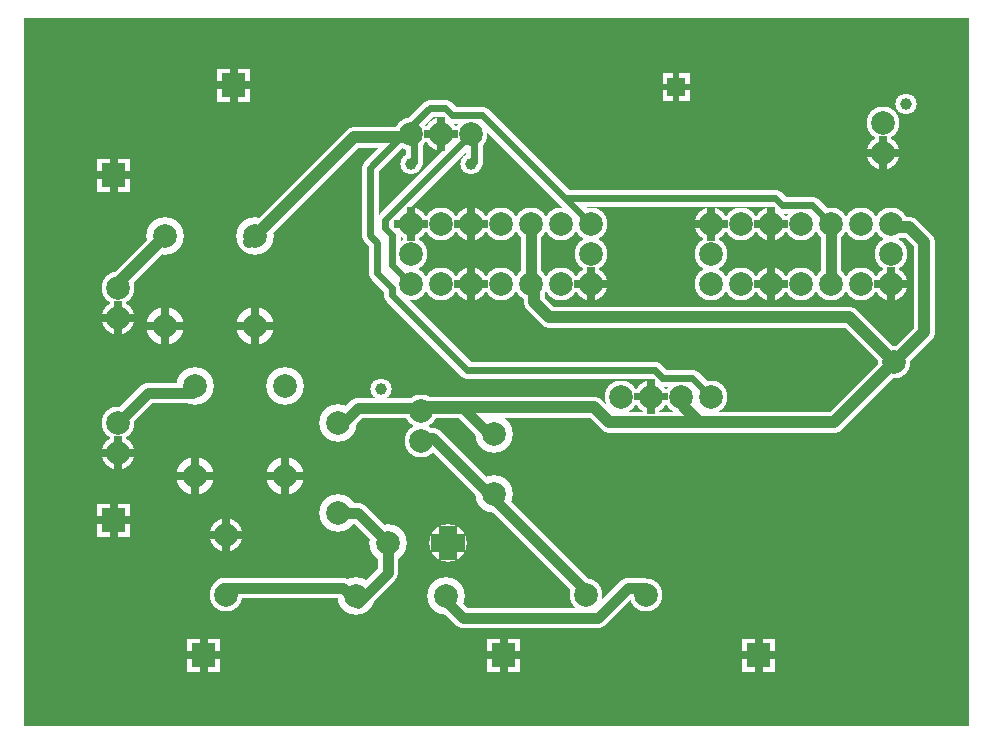
<source format=gbr>
%FSLAX34Y34*%
%MOMM*%
%LNCOPPER_BOTTOM*%
G71*
G01*
%ADD10C,2.800*%
%ADD11C,1.700*%
%ADD12C,1.400*%
%ADD13C,1.800*%
%ADD14C,3.200*%
%ADD15C,2.800*%
%ADD16C,1.800*%
%ADD17C,0.667*%
%ADD18C,0.500*%
%ADD19C,0.680*%
%ADD20C,1.467*%
%ADD21C,2.000*%
%ADD22C,0.900*%
%ADD23C,0.600*%
%ADD24C,1.000*%
%ADD25C,2.000*%
%ADD26C,4.300*%
%ADD27C,1.000*%
%LPD*%
G36*
X0Y600000D02*
X800000Y600000D01*
X800000Y0D01*
X0Y0D01*
X0Y600000D01*
G37*
%LPC*%
X581800Y425210D02*
G54D10*
D03*
X607200Y425210D02*
G54D10*
D03*
X607200Y425210D02*
G54D10*
D03*
X632600Y425210D02*
G54D10*
D03*
X632600Y425210D02*
G54D10*
D03*
X658000Y425210D02*
G54D10*
D03*
X658000Y425210D02*
G54D10*
D03*
X683400Y425210D02*
G54D10*
D03*
X683400Y425210D02*
G54D10*
D03*
X708800Y425210D02*
G54D10*
D03*
X708800Y425210D02*
G54D10*
D03*
X734200Y425210D02*
G54D10*
D03*
X734200Y425210D02*
G54D10*
D03*
X734200Y399810D02*
G54D10*
D03*
X734200Y399810D02*
G54D10*
D03*
X734200Y374410D02*
G54D10*
D03*
X581800Y425210D02*
G54D10*
D03*
X581800Y399810D02*
G54D10*
D03*
X581800Y399810D02*
G54D10*
D03*
X581800Y374410D02*
G54D10*
D03*
X581800Y374410D02*
G54D10*
D03*
X607200Y374410D02*
G54D10*
D03*
X607200Y374410D02*
G54D10*
D03*
X632600Y374410D02*
G54D10*
D03*
X632600Y374410D02*
G54D10*
D03*
X658000Y374410D02*
G54D10*
D03*
X658000Y374410D02*
G54D10*
D03*
X683400Y374410D02*
G54D10*
D03*
X683400Y374410D02*
G54D10*
D03*
X708800Y374410D02*
G54D10*
D03*
X708800Y374410D02*
G54D10*
D03*
X734200Y374410D02*
G54D10*
D03*
X734200Y374410D02*
G54D10*
D03*
X581800Y374410D02*
G54D10*
D03*
X327800Y425210D02*
G54D10*
D03*
X353200Y425210D02*
G54D10*
D03*
X353200Y425210D02*
G54D10*
D03*
X378600Y425210D02*
G54D10*
D03*
X378600Y425210D02*
G54D10*
D03*
X404000Y425210D02*
G54D10*
D03*
X404000Y425210D02*
G54D10*
D03*
X429400Y425210D02*
G54D10*
D03*
X429400Y425210D02*
G54D10*
D03*
X454800Y425210D02*
G54D10*
D03*
X454800Y425210D02*
G54D10*
D03*
X480200Y425210D02*
G54D10*
D03*
X480200Y425210D02*
G54D10*
D03*
X480200Y399810D02*
G54D10*
D03*
X480200Y399810D02*
G54D10*
D03*
X480200Y374410D02*
G54D10*
D03*
X327800Y425210D02*
G54D10*
D03*
X327800Y399810D02*
G54D10*
D03*
X327800Y399810D02*
G54D10*
D03*
X327800Y374410D02*
G54D10*
D03*
X327800Y374410D02*
G54D10*
D03*
X353200Y374410D02*
G54D10*
D03*
X353200Y374410D02*
G54D10*
D03*
X378600Y374410D02*
G54D10*
D03*
X378600Y374410D02*
G54D10*
D03*
X404000Y374410D02*
G54D10*
D03*
X404000Y374410D02*
G54D10*
D03*
X429400Y374410D02*
G54D10*
D03*
X429400Y374410D02*
G54D10*
D03*
X454800Y374410D02*
G54D10*
D03*
X454800Y374410D02*
G54D10*
D03*
X480200Y374410D02*
G54D10*
D03*
X480200Y374410D02*
G54D10*
D03*
X327800Y374410D02*
G54D10*
D03*
X505600Y279160D02*
G54D10*
D03*
X505600Y279160D02*
G54D10*
D03*
X531000Y279160D02*
G54D10*
D03*
X531000Y279160D02*
G54D10*
D03*
X556400Y279160D02*
G54D10*
D03*
X556400Y279160D02*
G54D10*
D03*
X581800Y279160D02*
G54D10*
D03*
X581800Y279160D02*
G54D10*
D03*
G54D11*
X429400Y374410D02*
X429400Y425210D01*
G54D11*
X683400Y374410D02*
X683400Y425210D01*
X327800Y501410D02*
G54D10*
D03*
X353200Y501410D02*
G54D10*
D03*
X378600Y501410D02*
G54D10*
D03*
G54D12*
X378600Y501410D02*
X375450Y504560D01*
X375450Y498210D01*
X305600Y428360D01*
X305600Y422010D01*
X311950Y415660D01*
X311950Y390260D01*
X324650Y377560D01*
X327800Y374410D01*
G54D12*
X327800Y501410D02*
X324650Y504560D01*
X292900Y472810D01*
X292900Y415660D01*
X299250Y409310D01*
X299250Y383910D01*
X311950Y371210D01*
X311950Y364860D01*
X375450Y301360D01*
X534200Y301360D01*
X540550Y295010D01*
X565950Y295010D01*
X578650Y282310D01*
X581800Y279160D01*
G54D12*
X327800Y501410D02*
X324650Y504560D01*
X343700Y523610D01*
X356400Y523610D01*
X362750Y517260D01*
X388150Y517260D01*
X477050Y428360D01*
X480200Y425210D01*
G54D12*
X327800Y501410D02*
X324650Y504560D01*
X343700Y523610D01*
X356400Y523610D01*
X362750Y517260D01*
X388150Y517260D01*
X458000Y447410D01*
X635800Y447410D01*
X642150Y441060D01*
X667550Y441060D01*
X680250Y428360D01*
X683400Y425210D01*
G36*
X540950Y552800D02*
X563950Y552800D01*
X563950Y529800D01*
X540950Y529800D01*
X540950Y552800D01*
G37*
X327800Y476010D02*
G54D13*
D03*
X378600Y476010D02*
G54D13*
D03*
G54D12*
X327800Y476010D02*
X330200Y477800D01*
X330200Y503200D01*
X327800Y501410D01*
G54D12*
X378600Y476010D02*
X381000Y477800D01*
X381000Y503200D01*
X378600Y501410D01*
X336550Y266750D02*
G54D10*
D03*
X336550Y241350D02*
G54D10*
D03*
X171450Y161850D02*
G54D10*
D03*
X171450Y111050D02*
G54D10*
D03*
X476250Y111050D02*
G54D10*
D03*
X527050Y111050D02*
G54D10*
D03*
X266117Y256616D02*
G54D14*
D03*
X266067Y180366D02*
G54D14*
D03*
X266117Y256616D02*
G54D15*
D03*
X398131Y247602D02*
G54D14*
D03*
X398243Y196621D02*
G54D14*
D03*
X398131Y247602D02*
G54D15*
D03*
X359403Y155174D02*
G54D14*
D03*
X308422Y155061D02*
G54D14*
D03*
X359403Y155174D02*
G54D15*
D03*
X357616Y110438D02*
G54D14*
D03*
X281366Y110488D02*
G54D14*
D03*
X357616Y110439D02*
G54D15*
D03*
X145467Y288366D02*
G54D14*
D03*
X145417Y212116D02*
G54D14*
D03*
X145467Y288366D02*
G54D15*
D03*
X221658Y288292D02*
G54D14*
D03*
X145408Y288342D02*
G54D14*
D03*
X221658Y288292D02*
G54D15*
D03*
X221658Y288292D02*
G54D14*
D03*
X221608Y212042D02*
G54D14*
D03*
X221658Y288292D02*
G54D15*
D03*
X120068Y415366D02*
G54D14*
D03*
X120017Y339116D02*
G54D14*
D03*
X120067Y415366D02*
G54D15*
D03*
X196258Y415292D02*
G54D14*
D03*
X120008Y415342D02*
G54D14*
D03*
X196258Y415292D02*
G54D15*
D03*
X196258Y415292D02*
G54D14*
D03*
X196208Y339042D02*
G54D14*
D03*
X196258Y415292D02*
G54D15*
D03*
X79823Y256661D02*
G54D10*
D03*
X79823Y231261D02*
G54D10*
D03*
X79823Y370961D02*
G54D10*
D03*
X79823Y345561D02*
G54D10*
D03*
G54D11*
X357616Y110439D02*
X359223Y104261D01*
X371923Y91561D01*
X486223Y91561D01*
X511623Y116961D01*
X524323Y116961D01*
X527050Y111050D01*
G54D11*
X398243Y196621D02*
X397323Y193161D01*
X473523Y116961D01*
X476250Y111050D01*
G54D11*
X398243Y196621D02*
X397323Y193161D01*
X346523Y243961D01*
X333823Y243961D01*
X336550Y241350D01*
G54D11*
X398131Y247602D02*
X397323Y243961D01*
X371923Y269361D01*
X333823Y269361D01*
X336550Y266750D01*
G54D11*
X266117Y256616D02*
X270323Y256661D01*
X283023Y269361D01*
X333823Y269361D01*
X336550Y266750D01*
G54D11*
X308422Y155061D02*
X308423Y155061D01*
X283023Y180461D01*
X270323Y180461D01*
X266067Y180366D01*
G54D11*
X281366Y110488D02*
X283023Y104261D01*
X270323Y116961D01*
X168723Y116961D01*
X171450Y111050D01*
X727523Y510661D02*
G54D10*
D03*
X727523Y485261D02*
G54D10*
D03*
G54D11*
X79823Y256661D02*
X105223Y282061D01*
X143323Y282061D01*
X145408Y288342D01*
G54D11*
X281366Y110488D02*
X283023Y104261D01*
X308423Y129661D01*
X308423Y155061D01*
X308422Y155061D01*
X746900Y526810D02*
G54D13*
D03*
X302400Y285510D02*
G54D13*
D03*
G36*
X138400Y74300D02*
X166400Y74300D01*
X166400Y46300D01*
X138400Y46300D01*
X138400Y74300D01*
G37*
G36*
X392400Y74300D02*
X420400Y74300D01*
X420400Y46300D01*
X392400Y46300D01*
X392400Y74300D01*
G37*
G36*
X62200Y188600D02*
X90200Y188600D01*
X90200Y160600D01*
X62200Y160600D01*
X62200Y188600D01*
G37*
X736600Y308100D02*
G54D10*
D03*
G54D16*
X736600Y308100D02*
X762000Y333500D01*
X762000Y409700D01*
X749300Y422400D01*
X736600Y422400D01*
X734200Y425210D01*
G54D16*
X736600Y308100D02*
X698500Y346200D01*
X444500Y346200D01*
X431800Y358900D01*
X431800Y371600D01*
X429400Y374410D01*
G54D16*
X736600Y308100D02*
X685800Y257300D01*
X495300Y257300D01*
X482600Y270000D01*
X342900Y270000D01*
X336550Y266750D01*
G54D16*
X736600Y308100D02*
X685800Y257300D01*
X571500Y257300D01*
X558800Y270000D01*
X558800Y282700D01*
X556400Y279160D01*
G54D16*
X79823Y370961D02*
X76200Y371600D01*
X114300Y409700D01*
X120008Y415342D01*
G54D16*
X196258Y415292D02*
X190500Y409700D01*
X279400Y498600D01*
X330200Y498600D01*
X327800Y501410D01*
G36*
X608300Y74300D02*
X636300Y74300D01*
X636300Y46300D01*
X608300Y46300D01*
X608300Y74300D01*
G37*
G36*
X163800Y556900D02*
X191800Y556900D01*
X191800Y528900D01*
X163800Y528900D01*
X163800Y556900D01*
G37*
G36*
X62200Y480700D02*
X90200Y480700D01*
X90200Y452700D01*
X62200Y452700D01*
X62200Y480700D01*
G37*
%LPD*%
G54D17*
G36*
X629267Y425210D02*
X629267Y439710D01*
X635933Y439710D01*
X635933Y425210D01*
X629267Y425210D01*
G37*
G36*
X632600Y428543D02*
X647100Y428543D01*
X647100Y421877D01*
X632600Y421877D01*
X632600Y428543D01*
G37*
G36*
X635933Y425210D02*
X635933Y410710D01*
X629267Y410710D01*
X629267Y425210D01*
X635933Y425210D01*
G37*
G36*
X632600Y421877D02*
X618100Y421877D01*
X618100Y428543D01*
X632600Y428543D01*
X632600Y421877D01*
G37*
G54D17*
G36*
X581800Y428543D02*
X596300Y428543D01*
X596300Y421877D01*
X581800Y421877D01*
X581800Y428543D01*
G37*
G36*
X585133Y425210D02*
X585133Y410710D01*
X578467Y410710D01*
X578467Y425210D01*
X585133Y425210D01*
G37*
G36*
X581800Y421877D02*
X567300Y421877D01*
X567300Y428543D01*
X581800Y428543D01*
X581800Y421877D01*
G37*
G36*
X578467Y425210D02*
X578467Y439710D01*
X585133Y439710D01*
X585133Y425210D01*
X578467Y425210D01*
G37*
G54D17*
G36*
X629267Y374410D02*
X629267Y388910D01*
X635933Y388910D01*
X635933Y374410D01*
X629267Y374410D01*
G37*
G36*
X632600Y377743D02*
X647100Y377743D01*
X647100Y371077D01*
X632600Y371077D01*
X632600Y377743D01*
G37*
G36*
X635933Y374410D02*
X635933Y359910D01*
X629267Y359910D01*
X629267Y374410D01*
X635933Y374410D01*
G37*
G36*
X632600Y371077D02*
X618100Y371077D01*
X618100Y377743D01*
X632600Y377743D01*
X632600Y371077D01*
G37*
G54D17*
G36*
X734200Y377743D02*
X748700Y377743D01*
X748700Y371077D01*
X734200Y371077D01*
X734200Y377743D01*
G37*
G36*
X737533Y374410D02*
X737533Y359910D01*
X730867Y359910D01*
X730867Y374410D01*
X737533Y374410D01*
G37*
G36*
X734200Y371077D02*
X719700Y371077D01*
X719700Y377743D01*
X734200Y377743D01*
X734200Y371077D01*
G37*
G36*
X730867Y374410D02*
X730867Y388910D01*
X737533Y388910D01*
X737533Y374410D01*
X730867Y374410D01*
G37*
G54D17*
G36*
X375267Y425210D02*
X375267Y439710D01*
X381934Y439710D01*
X381934Y425210D01*
X375267Y425210D01*
G37*
G36*
X378600Y428543D02*
X393100Y428543D01*
X393100Y421877D01*
X378600Y421877D01*
X378600Y428543D01*
G37*
G36*
X381934Y425210D02*
X381934Y410710D01*
X375267Y410710D01*
X375267Y425210D01*
X381934Y425210D01*
G37*
G36*
X378600Y421877D02*
X364100Y421877D01*
X364100Y428543D01*
X378600Y428543D01*
X378600Y421877D01*
G37*
G54D17*
G36*
X327800Y428543D02*
X342300Y428543D01*
X342300Y421877D01*
X327800Y421877D01*
X327800Y428543D01*
G37*
G36*
X331133Y425210D02*
X331133Y410710D01*
X324467Y410710D01*
X324467Y425210D01*
X331133Y425210D01*
G37*
G36*
X327800Y421877D02*
X313300Y421877D01*
X313300Y428543D01*
X327800Y428543D01*
X327800Y421877D01*
G37*
G36*
X324467Y425210D02*
X324467Y439710D01*
X331133Y439710D01*
X331133Y425210D01*
X324467Y425210D01*
G37*
G54D17*
G36*
X375267Y374410D02*
X375267Y388910D01*
X381934Y388910D01*
X381934Y374410D01*
X375267Y374410D01*
G37*
G36*
X378600Y377743D02*
X393100Y377743D01*
X393100Y371077D01*
X378600Y371077D01*
X378600Y377743D01*
G37*
G36*
X381934Y374410D02*
X381934Y359910D01*
X375267Y359910D01*
X375267Y374410D01*
X381934Y374410D01*
G37*
G36*
X378600Y371077D02*
X364100Y371077D01*
X364100Y377743D01*
X378600Y377743D01*
X378600Y371077D01*
G37*
G54D17*
G36*
X480200Y377743D02*
X494700Y377743D01*
X494700Y371077D01*
X480200Y371077D01*
X480200Y377743D01*
G37*
G36*
X483534Y374410D02*
X483534Y359910D01*
X476867Y359910D01*
X476867Y374410D01*
X483534Y374410D01*
G37*
G36*
X480200Y371077D02*
X465700Y371077D01*
X465700Y377743D01*
X480200Y377743D01*
X480200Y371077D01*
G37*
G36*
X476867Y374410D02*
X476867Y388910D01*
X483534Y388910D01*
X483534Y374410D01*
X476867Y374410D01*
G37*
G54D17*
G36*
X527667Y279160D02*
X527667Y293660D01*
X534334Y293660D01*
X534334Y279160D01*
X527667Y279160D01*
G37*
G36*
X531000Y282493D02*
X545500Y282493D01*
X545500Y275827D01*
X531000Y275827D01*
X531000Y282493D01*
G37*
G36*
X534334Y279160D02*
X534334Y264660D01*
X527667Y264660D01*
X527667Y279160D01*
X534334Y279160D01*
G37*
G36*
X531000Y275827D02*
X516500Y275827D01*
X516500Y282493D01*
X531000Y282493D01*
X531000Y275827D01*
G37*
G54D17*
G36*
X349867Y501410D02*
X349867Y515910D01*
X356533Y515910D01*
X356533Y501410D01*
X349867Y501410D01*
G37*
G36*
X353200Y504743D02*
X367700Y504743D01*
X367700Y498077D01*
X353200Y498077D01*
X353200Y504743D01*
G37*
G36*
X356533Y501410D02*
X356533Y486910D01*
X349867Y486910D01*
X349867Y501410D01*
X356533Y501410D01*
G37*
G36*
X353200Y498077D02*
X338700Y498077D01*
X338700Y504743D01*
X353200Y504743D01*
X353200Y498077D01*
G37*
G54D18*
G36*
X549950Y541300D02*
X549950Y553300D01*
X554950Y553300D01*
X554950Y541300D01*
X549950Y541300D01*
G37*
G36*
X552450Y543800D02*
X564450Y543800D01*
X564450Y538800D01*
X552450Y538800D01*
X552450Y543800D01*
G37*
G36*
X554950Y541300D02*
X554950Y529300D01*
X549950Y529300D01*
X549950Y541300D01*
X554950Y541300D01*
G37*
G36*
X552450Y538800D02*
X540450Y538800D01*
X540450Y543800D01*
X552450Y543800D01*
X552450Y538800D01*
G37*
G54D19*
G36*
X171450Y165250D02*
X185950Y165250D01*
X185950Y158450D01*
X171450Y158450D01*
X171450Y165250D01*
G37*
G36*
X174850Y161850D02*
X174850Y147350D01*
X168050Y147350D01*
X168050Y161850D01*
X174850Y161850D01*
G37*
G36*
X171450Y158450D02*
X156950Y158450D01*
X156950Y165250D01*
X171450Y165250D01*
X171450Y158450D01*
G37*
G36*
X168050Y161850D02*
X168050Y176350D01*
X174850Y176350D01*
X174850Y161850D01*
X168050Y161850D01*
G37*
G54D20*
G36*
X352070Y155174D02*
X352070Y169674D01*
X366736Y169674D01*
X366736Y155174D01*
X352070Y155174D01*
G37*
G36*
X359403Y162507D02*
X373903Y162507D01*
X373903Y147840D01*
X359403Y147840D01*
X359403Y162507D01*
G37*
G36*
X366736Y155174D02*
X366736Y140674D01*
X352070Y140674D01*
X352070Y155174D01*
X366736Y155174D01*
G37*
G36*
X359403Y147840D02*
X344903Y147840D01*
X344903Y162507D01*
X359403Y162507D01*
X359403Y147840D01*
G37*
G54D17*
G36*
X145417Y215449D02*
X161917Y215449D01*
X161917Y208783D01*
X145417Y208783D01*
X145417Y215449D01*
G37*
G36*
X148750Y212116D02*
X148750Y195616D01*
X142084Y195616D01*
X142084Y212116D01*
X148750Y212116D01*
G37*
G36*
X145417Y208783D02*
X128917Y208783D01*
X128917Y215449D01*
X145417Y215449D01*
X145417Y208783D01*
G37*
G36*
X142084Y212116D02*
X142084Y228616D01*
X148750Y228616D01*
X148750Y212116D01*
X142084Y212116D01*
G37*
G54D19*
G36*
X221608Y215442D02*
X238108Y215442D01*
X238108Y208642D01*
X221608Y208642D01*
X221608Y215442D01*
G37*
G36*
X225008Y212042D02*
X225008Y195542D01*
X218208Y195542D01*
X218208Y212042D01*
X225008Y212042D01*
G37*
G36*
X221608Y208642D02*
X205108Y208642D01*
X205108Y215442D01*
X221608Y215442D01*
X221608Y208642D01*
G37*
G36*
X218208Y212042D02*
X218208Y228542D01*
X225008Y228542D01*
X225008Y212042D01*
X218208Y212042D01*
G37*
G54D17*
G36*
X120017Y342449D02*
X136517Y342449D01*
X136517Y335783D01*
X120017Y335783D01*
X120017Y342449D01*
G37*
G36*
X123350Y339116D02*
X123350Y322616D01*
X116684Y322616D01*
X116684Y339116D01*
X123350Y339116D01*
G37*
G36*
X120017Y335783D02*
X103517Y335783D01*
X103517Y342449D01*
X120017Y342449D01*
X120017Y335783D01*
G37*
G36*
X116684Y339116D02*
X116684Y355616D01*
X123350Y355616D01*
X123350Y339116D01*
X116684Y339116D01*
G37*
G54D19*
G36*
X196208Y342442D02*
X212708Y342442D01*
X212708Y335642D01*
X196208Y335642D01*
X196208Y342442D01*
G37*
G36*
X199608Y339042D02*
X199608Y322542D01*
X192808Y322542D01*
X192808Y339042D01*
X199608Y339042D01*
G37*
G36*
X196208Y335642D02*
X179708Y335642D01*
X179708Y342442D01*
X196208Y342442D01*
X196208Y335642D01*
G37*
G36*
X192808Y339042D02*
X192808Y355542D01*
X199608Y355542D01*
X199608Y339042D01*
X192808Y339042D01*
G37*
G54D17*
G36*
X76490Y231261D02*
X76490Y245761D01*
X83156Y245761D01*
X83156Y231261D01*
X76490Y231261D01*
G37*
G36*
X79823Y234594D02*
X94323Y234594D01*
X94323Y227928D01*
X79823Y227928D01*
X79823Y234594D01*
G37*
G36*
X83156Y231261D02*
X83156Y216761D01*
X76490Y216761D01*
X76490Y231261D01*
X83156Y231261D01*
G37*
G36*
X79823Y227928D02*
X65323Y227928D01*
X65323Y234594D01*
X79823Y234594D01*
X79823Y227928D01*
G37*
G54D17*
G36*
X76490Y345561D02*
X76490Y360061D01*
X83156Y360061D01*
X83156Y345561D01*
X76490Y345561D01*
G37*
G36*
X79823Y348894D02*
X94323Y348894D01*
X94323Y342228D01*
X79823Y342228D01*
X79823Y348894D01*
G37*
G36*
X83156Y345561D02*
X83156Y331061D01*
X76490Y331061D01*
X76490Y345561D01*
X83156Y345561D01*
G37*
G36*
X79823Y342228D02*
X65323Y342228D01*
X65323Y348894D01*
X79823Y348894D01*
X79823Y342228D01*
G37*
G54D17*
G36*
X724190Y485261D02*
X724190Y499761D01*
X730856Y499761D01*
X730856Y485261D01*
X724190Y485261D01*
G37*
G36*
X727523Y488594D02*
X742023Y488594D01*
X742023Y481928D01*
X727523Y481928D01*
X727523Y488594D01*
G37*
G36*
X730856Y485261D02*
X730856Y470761D01*
X724190Y470761D01*
X724190Y485261D01*
X730856Y485261D01*
G37*
G36*
X727523Y481928D02*
X713023Y481928D01*
X713023Y488594D01*
X727523Y488594D01*
X727523Y481928D01*
G37*
G54D17*
G36*
X149067Y60300D02*
X149067Y74800D01*
X155733Y74800D01*
X155733Y60300D01*
X149067Y60300D01*
G37*
G36*
X152400Y63633D02*
X166900Y63633D01*
X166900Y56967D01*
X152400Y56967D01*
X152400Y63633D01*
G37*
G36*
X155733Y60300D02*
X155733Y45800D01*
X149067Y45800D01*
X149067Y60300D01*
X155733Y60300D01*
G37*
G36*
X152400Y56967D02*
X137900Y56967D01*
X137900Y63633D01*
X152400Y63633D01*
X152400Y56967D01*
G37*
G54D17*
G36*
X403067Y60300D02*
X403067Y74800D01*
X409733Y74800D01*
X409733Y60300D01*
X403067Y60300D01*
G37*
G36*
X406400Y63633D02*
X420900Y63633D01*
X420900Y56967D01*
X406400Y56967D01*
X406400Y63633D01*
G37*
G36*
X409733Y60300D02*
X409733Y45800D01*
X403067Y45800D01*
X403067Y60300D01*
X409733Y60300D01*
G37*
G36*
X406400Y56967D02*
X391900Y56967D01*
X391900Y63633D01*
X406400Y63633D01*
X406400Y56967D01*
G37*
G54D17*
G36*
X72867Y174600D02*
X72867Y189100D01*
X79533Y189100D01*
X79533Y174600D01*
X72867Y174600D01*
G37*
G36*
X76200Y177933D02*
X90700Y177933D01*
X90700Y171267D01*
X76200Y171267D01*
X76200Y177933D01*
G37*
G36*
X79533Y174600D02*
X79533Y160100D01*
X72867Y160100D01*
X72867Y174600D01*
X79533Y174600D01*
G37*
G36*
X76200Y171267D02*
X61700Y171267D01*
X61700Y177933D01*
X76200Y177933D01*
X76200Y171267D01*
G37*
G54D17*
G36*
X618967Y60300D02*
X618967Y74800D01*
X625633Y74800D01*
X625633Y60300D01*
X618967Y60300D01*
G37*
G36*
X622300Y63633D02*
X636800Y63633D01*
X636800Y56967D01*
X622300Y56967D01*
X622300Y63633D01*
G37*
G36*
X625633Y60300D02*
X625633Y45800D01*
X618967Y45800D01*
X618967Y60300D01*
X625633Y60300D01*
G37*
G36*
X622300Y56967D02*
X607800Y56967D01*
X607800Y63633D01*
X622300Y63633D01*
X622300Y56967D01*
G37*
G54D17*
G36*
X174467Y542900D02*
X174467Y557400D01*
X181133Y557400D01*
X181133Y542900D01*
X174467Y542900D01*
G37*
G36*
X177800Y546233D02*
X192300Y546233D01*
X192300Y539567D01*
X177800Y539567D01*
X177800Y546233D01*
G37*
G36*
X181133Y542900D02*
X181133Y528400D01*
X174467Y528400D01*
X174467Y542900D01*
X181133Y542900D01*
G37*
G36*
X177800Y539567D02*
X163300Y539567D01*
X163300Y546233D01*
X177800Y546233D01*
X177800Y539567D01*
G37*
G54D17*
G36*
X72867Y466700D02*
X72867Y481200D01*
X79533Y481200D01*
X79533Y466700D01*
X72867Y466700D01*
G37*
G36*
X76200Y470033D02*
X90700Y470033D01*
X90700Y463367D01*
X76200Y463367D01*
X76200Y470033D01*
G37*
G36*
X79533Y466700D02*
X79533Y452200D01*
X72867Y452200D01*
X72867Y466700D01*
X79533Y466700D01*
G37*
G36*
X76200Y463367D02*
X61700Y463367D01*
X61700Y470033D01*
X76200Y470033D01*
X76200Y463367D01*
G37*
X581800Y425210D02*
G54D21*
D03*
X607200Y425210D02*
G54D21*
D03*
X607200Y425210D02*
G54D21*
D03*
X632600Y425210D02*
G54D21*
D03*
X632600Y425210D02*
G54D21*
D03*
X658000Y425210D02*
G54D21*
D03*
X658000Y425210D02*
G54D21*
D03*
X683400Y425210D02*
G54D21*
D03*
X683400Y425210D02*
G54D21*
D03*
X708800Y425210D02*
G54D21*
D03*
X708800Y425210D02*
G54D21*
D03*
X734200Y425210D02*
G54D21*
D03*
X734200Y425210D02*
G54D21*
D03*
X734200Y399810D02*
G54D21*
D03*
X734200Y399810D02*
G54D21*
D03*
X734200Y374410D02*
G54D21*
D03*
X581800Y425210D02*
G54D21*
D03*
X581800Y399810D02*
G54D21*
D03*
X581800Y399810D02*
G54D21*
D03*
X581800Y374410D02*
G54D21*
D03*
X581800Y374410D02*
G54D21*
D03*
X607200Y374410D02*
G54D21*
D03*
X607200Y374410D02*
G54D21*
D03*
X632600Y374410D02*
G54D21*
D03*
X632600Y374410D02*
G54D21*
D03*
X658000Y374410D02*
G54D21*
D03*
X658000Y374410D02*
G54D21*
D03*
X683400Y374410D02*
G54D21*
D03*
X683400Y374410D02*
G54D21*
D03*
X708800Y374410D02*
G54D21*
D03*
X708800Y374410D02*
G54D21*
D03*
X734200Y374410D02*
G54D21*
D03*
X734200Y374410D02*
G54D21*
D03*
X581800Y374410D02*
G54D21*
D03*
X327800Y425210D02*
G54D21*
D03*
X353200Y425210D02*
G54D21*
D03*
X353200Y425210D02*
G54D21*
D03*
X378600Y425210D02*
G54D21*
D03*
X378600Y425210D02*
G54D21*
D03*
X404000Y425210D02*
G54D21*
D03*
X404000Y425210D02*
G54D21*
D03*
X429400Y425210D02*
G54D21*
D03*
X429400Y425210D02*
G54D21*
D03*
X454800Y425210D02*
G54D21*
D03*
X454800Y425210D02*
G54D21*
D03*
X480200Y425210D02*
G54D21*
D03*
X480200Y425210D02*
G54D21*
D03*
X480200Y399810D02*
G54D21*
D03*
X480200Y399810D02*
G54D21*
D03*
X480200Y374410D02*
G54D21*
D03*
X327800Y425210D02*
G54D21*
D03*
X327800Y399810D02*
G54D21*
D03*
X327800Y399810D02*
G54D21*
D03*
X327800Y374410D02*
G54D21*
D03*
X327800Y374410D02*
G54D21*
D03*
X353200Y374410D02*
G54D21*
D03*
X353200Y374410D02*
G54D21*
D03*
X378600Y374410D02*
G54D21*
D03*
X378600Y374410D02*
G54D21*
D03*
X404000Y374410D02*
G54D21*
D03*
X404000Y374410D02*
G54D21*
D03*
X429400Y374410D02*
G54D21*
D03*
X429400Y374410D02*
G54D21*
D03*
X454800Y374410D02*
G54D21*
D03*
X454800Y374410D02*
G54D21*
D03*
X480200Y374410D02*
G54D21*
D03*
X480200Y374410D02*
G54D21*
D03*
X327800Y374410D02*
G54D21*
D03*
X505600Y279160D02*
G54D21*
D03*
X505600Y279160D02*
G54D21*
D03*
X531000Y279160D02*
G54D21*
D03*
X531000Y279160D02*
G54D21*
D03*
X556400Y279160D02*
G54D21*
D03*
X556400Y279160D02*
G54D21*
D03*
X581800Y279160D02*
G54D21*
D03*
X581800Y279160D02*
G54D21*
D03*
G54D22*
X429400Y374410D02*
X429400Y425210D01*
G54D22*
X683400Y374410D02*
X683400Y425210D01*
X327800Y501410D02*
G54D21*
D03*
X353200Y501410D02*
G54D21*
D03*
X378600Y501410D02*
G54D21*
D03*
G54D23*
X378600Y501410D02*
X375450Y504560D01*
X375450Y498210D01*
X305600Y428360D01*
X305600Y422010D01*
X311950Y415660D01*
X311950Y390260D01*
X324650Y377560D01*
X327800Y374410D01*
G54D23*
X327800Y501410D02*
X324650Y504560D01*
X292900Y472810D01*
X292900Y415660D01*
X299250Y409310D01*
X299250Y383910D01*
X311950Y371210D01*
X311950Y364860D01*
X375450Y301360D01*
X534200Y301360D01*
X540550Y295010D01*
X565950Y295010D01*
X578650Y282310D01*
X581800Y279160D01*
G54D23*
X327800Y501410D02*
X324650Y504560D01*
X343700Y523610D01*
X356400Y523610D01*
X362750Y517260D01*
X388150Y517260D01*
X477050Y428360D01*
X480200Y425210D01*
G54D23*
X327800Y501410D02*
X324650Y504560D01*
X343700Y523610D01*
X356400Y523610D01*
X362750Y517260D01*
X388150Y517260D01*
X458000Y447410D01*
X635800Y447410D01*
X642150Y441060D01*
X667550Y441060D01*
X680250Y428360D01*
X683400Y425210D01*
G36*
X544950Y548800D02*
X559950Y548800D01*
X559950Y533800D01*
X544950Y533800D01*
X544950Y548800D01*
G37*
X327800Y476010D02*
G54D24*
D03*
X378600Y476010D02*
G54D24*
D03*
G54D23*
X327800Y476010D02*
X330200Y477800D01*
X330200Y503200D01*
X327800Y501410D01*
G54D23*
X378600Y476010D02*
X381000Y477800D01*
X381000Y503200D01*
X378600Y501410D01*
X336550Y266750D02*
G54D21*
D03*
X336550Y241350D02*
G54D21*
D03*
X171450Y161850D02*
G54D21*
D03*
X171450Y111050D02*
G54D21*
D03*
X476250Y111050D02*
G54D21*
D03*
X527050Y111050D02*
G54D21*
D03*
X266117Y256616D02*
G54D21*
D03*
X266067Y180366D02*
G54D21*
D03*
X266117Y256616D02*
G54D25*
D03*
X398131Y247602D02*
G54D21*
D03*
X398243Y196621D02*
G54D21*
D03*
X398131Y247602D02*
G54D25*
D03*
X359403Y155174D02*
G54D21*
D03*
X308422Y155061D02*
G54D21*
D03*
X359403Y155174D02*
G54D25*
D03*
X357616Y110438D02*
G54D21*
D03*
X281366Y110488D02*
G54D21*
D03*
X357616Y110439D02*
G54D25*
D03*
X145467Y288366D02*
G54D21*
D03*
X145417Y212116D02*
G54D21*
D03*
X145467Y288366D02*
G54D25*
D03*
X221658Y288292D02*
G54D21*
D03*
X145408Y288342D02*
G54D21*
D03*
X221658Y288292D02*
G54D25*
D03*
X221658Y288292D02*
G54D21*
D03*
X221608Y212042D02*
G54D21*
D03*
X221658Y288292D02*
G54D25*
D03*
X120068Y415366D02*
G54D21*
D03*
X120017Y339116D02*
G54D21*
D03*
X120067Y415366D02*
G54D25*
D03*
X196258Y415292D02*
G54D21*
D03*
X120008Y415342D02*
G54D21*
D03*
X196258Y415292D02*
G54D25*
D03*
X196258Y415292D02*
G54D21*
D03*
X196208Y339042D02*
G54D21*
D03*
X196258Y415292D02*
G54D25*
D03*
X79823Y256661D02*
G54D21*
D03*
X79823Y231261D02*
G54D21*
D03*
X79823Y370961D02*
G54D21*
D03*
X79823Y345561D02*
G54D21*
D03*
G54D22*
X357616Y110439D02*
X359223Y104261D01*
X371923Y91561D01*
X486223Y91561D01*
X511623Y116961D01*
X524323Y116961D01*
X527050Y111050D01*
G54D22*
X398243Y196621D02*
X397323Y193161D01*
X473523Y116961D01*
X476250Y111050D01*
G54D22*
X398243Y196621D02*
X397323Y193161D01*
X346523Y243961D01*
X333823Y243961D01*
X336550Y241350D01*
G54D22*
X398131Y247602D02*
X397323Y243961D01*
X371923Y269361D01*
X333823Y269361D01*
X336550Y266750D01*
G54D22*
X266117Y256616D02*
X270323Y256661D01*
X283023Y269361D01*
X333823Y269361D01*
X336550Y266750D01*
G54D22*
X308422Y155061D02*
X308423Y155061D01*
X283023Y180461D01*
X270323Y180461D01*
X266067Y180366D01*
G54D22*
X281366Y110488D02*
X283023Y104261D01*
X270323Y116961D01*
X168723Y116961D01*
X171450Y111050D01*
X727523Y510661D02*
G54D21*
D03*
X727523Y485261D02*
G54D21*
D03*
G54D22*
X79823Y256661D02*
X105223Y282061D01*
X143323Y282061D01*
X145408Y288342D01*
G54D22*
X281366Y110488D02*
X283023Y104261D01*
X308423Y129661D01*
X308423Y155061D01*
X308422Y155061D01*
X746900Y526810D02*
G54D24*
D03*
X302400Y285510D02*
G54D24*
D03*
X76200Y66600D02*
G54D26*
D03*
G36*
X142400Y70300D02*
X162400Y70300D01*
X162400Y50300D01*
X142400Y50300D01*
X142400Y70300D01*
G37*
X736600Y66600D02*
G54D26*
D03*
G36*
X396400Y70300D02*
X416400Y70300D01*
X416400Y50300D01*
X396400Y50300D01*
X396400Y70300D01*
G37*
G36*
X66200Y184600D02*
X86200Y184600D01*
X86200Y164600D01*
X66200Y164600D01*
X66200Y184600D01*
G37*
X736600Y308100D02*
G54D21*
D03*
G54D27*
X736600Y308100D02*
X762000Y333500D01*
X762000Y409700D01*
X749300Y422400D01*
X736600Y422400D01*
X734200Y425210D01*
G54D27*
X736600Y308100D02*
X698500Y346200D01*
X444500Y346200D01*
X431800Y358900D01*
X431800Y371600D01*
X429400Y374410D01*
G54D27*
X736600Y308100D02*
X685800Y257300D01*
X495300Y257300D01*
X482600Y270000D01*
X342900Y270000D01*
X336550Y266750D01*
G54D27*
X736600Y308100D02*
X685800Y257300D01*
X571500Y257300D01*
X558800Y270000D01*
X558800Y282700D01*
X556400Y279160D01*
G54D27*
X79823Y370961D02*
X76200Y371600D01*
X114300Y409700D01*
X120008Y415342D01*
G54D27*
X196258Y415292D02*
X190500Y409700D01*
X279400Y498600D01*
X330200Y498600D01*
X327800Y501410D01*
G36*
X612300Y70300D02*
X632300Y70300D01*
X632300Y50300D01*
X612300Y50300D01*
X612300Y70300D01*
G37*
X76200Y536500D02*
G54D26*
D03*
G36*
X167800Y552900D02*
X187800Y552900D01*
X187800Y532900D01*
X167800Y532900D01*
X167800Y552900D01*
G37*
G36*
X66200Y476700D02*
X86200Y476700D01*
X86200Y456700D01*
X66200Y456700D01*
X66200Y476700D01*
G37*
X660400Y536500D02*
G54D26*
D03*
M02*

</source>
